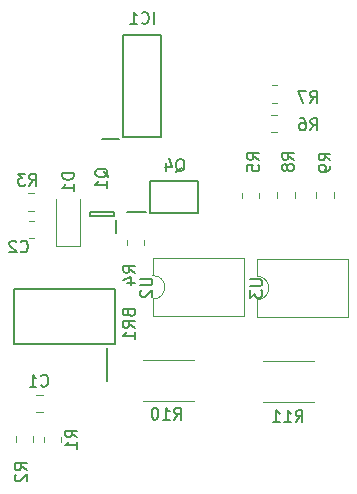
<source format=gbr>
%TF.GenerationSoftware,KiCad,Pcbnew,7.0.6-1.fc38*%
%TF.CreationDate,2023-08-19T18:40:52-03:00*%
%TF.ProjectId,CeilingFanControl,4365696c-696e-4674-9661-6e436f6e7472,rev?*%
%TF.SameCoordinates,Original*%
%TF.FileFunction,Legend,Bot*%
%TF.FilePolarity,Positive*%
%FSLAX46Y46*%
G04 Gerber Fmt 4.6, Leading zero omitted, Abs format (unit mm)*
G04 Created by KiCad (PCBNEW 7.0.6-1.fc38) date 2023-08-19 18:40:52*
%MOMM*%
%LPD*%
G01*
G04 APERTURE LIST*
%ADD10C,0.150000*%
%ADD11C,0.200000*%
%ADD12C,0.120000*%
G04 APERTURE END LIST*
D10*
X25531009Y-47905238D02*
X25578628Y-48048095D01*
X25578628Y-48048095D02*
X25626247Y-48095714D01*
X25626247Y-48095714D02*
X25721485Y-48143333D01*
X25721485Y-48143333D02*
X25864342Y-48143333D01*
X25864342Y-48143333D02*
X25959580Y-48095714D01*
X25959580Y-48095714D02*
X26007200Y-48048095D01*
X26007200Y-48048095D02*
X26054819Y-47952857D01*
X26054819Y-47952857D02*
X26054819Y-47571905D01*
X26054819Y-47571905D02*
X25054819Y-47571905D01*
X25054819Y-47571905D02*
X25054819Y-47905238D01*
X25054819Y-47905238D02*
X25102438Y-48000476D01*
X25102438Y-48000476D02*
X25150057Y-48048095D01*
X25150057Y-48048095D02*
X25245295Y-48095714D01*
X25245295Y-48095714D02*
X25340533Y-48095714D01*
X25340533Y-48095714D02*
X25435771Y-48048095D01*
X25435771Y-48048095D02*
X25483390Y-48000476D01*
X25483390Y-48000476D02*
X25531009Y-47905238D01*
X25531009Y-47905238D02*
X25531009Y-47571905D01*
X26054819Y-49143333D02*
X25578628Y-48810000D01*
X26054819Y-48571905D02*
X25054819Y-48571905D01*
X25054819Y-48571905D02*
X25054819Y-48952857D01*
X25054819Y-48952857D02*
X25102438Y-49048095D01*
X25102438Y-49048095D02*
X25150057Y-49095714D01*
X25150057Y-49095714D02*
X25245295Y-49143333D01*
X25245295Y-49143333D02*
X25388152Y-49143333D01*
X25388152Y-49143333D02*
X25483390Y-49095714D01*
X25483390Y-49095714D02*
X25531009Y-49048095D01*
X25531009Y-49048095D02*
X25578628Y-48952857D01*
X25578628Y-48952857D02*
X25578628Y-48571905D01*
X26054819Y-50095714D02*
X26054819Y-49524286D01*
X26054819Y-49810000D02*
X25054819Y-49810000D01*
X25054819Y-49810000D02*
X25197676Y-49714762D01*
X25197676Y-49714762D02*
X25292914Y-49619524D01*
X25292914Y-49619524D02*
X25340533Y-49524286D01*
X16406666Y-42659580D02*
X16454285Y-42707200D01*
X16454285Y-42707200D02*
X16597142Y-42754819D01*
X16597142Y-42754819D02*
X16692380Y-42754819D01*
X16692380Y-42754819D02*
X16835237Y-42707200D01*
X16835237Y-42707200D02*
X16930475Y-42611961D01*
X16930475Y-42611961D02*
X16978094Y-42516723D01*
X16978094Y-42516723D02*
X17025713Y-42326247D01*
X17025713Y-42326247D02*
X17025713Y-42183390D01*
X17025713Y-42183390D02*
X16978094Y-41992914D01*
X16978094Y-41992914D02*
X16930475Y-41897676D01*
X16930475Y-41897676D02*
X16835237Y-41802438D01*
X16835237Y-41802438D02*
X16692380Y-41754819D01*
X16692380Y-41754819D02*
X16597142Y-41754819D01*
X16597142Y-41754819D02*
X16454285Y-41802438D01*
X16454285Y-41802438D02*
X16406666Y-41850057D01*
X16025713Y-41850057D02*
X15978094Y-41802438D01*
X15978094Y-41802438D02*
X15882856Y-41754819D01*
X15882856Y-41754819D02*
X15644761Y-41754819D01*
X15644761Y-41754819D02*
X15549523Y-41802438D01*
X15549523Y-41802438D02*
X15501904Y-41850057D01*
X15501904Y-41850057D02*
X15454285Y-41945295D01*
X15454285Y-41945295D02*
X15454285Y-42040533D01*
X15454285Y-42040533D02*
X15501904Y-42183390D01*
X15501904Y-42183390D02*
X16073332Y-42754819D01*
X16073332Y-42754819D02*
X15454285Y-42754819D01*
X18126666Y-54019580D02*
X18174285Y-54067200D01*
X18174285Y-54067200D02*
X18317142Y-54114819D01*
X18317142Y-54114819D02*
X18412380Y-54114819D01*
X18412380Y-54114819D02*
X18555237Y-54067200D01*
X18555237Y-54067200D02*
X18650475Y-53971961D01*
X18650475Y-53971961D02*
X18698094Y-53876723D01*
X18698094Y-53876723D02*
X18745713Y-53686247D01*
X18745713Y-53686247D02*
X18745713Y-53543390D01*
X18745713Y-53543390D02*
X18698094Y-53352914D01*
X18698094Y-53352914D02*
X18650475Y-53257676D01*
X18650475Y-53257676D02*
X18555237Y-53162438D01*
X18555237Y-53162438D02*
X18412380Y-53114819D01*
X18412380Y-53114819D02*
X18317142Y-53114819D01*
X18317142Y-53114819D02*
X18174285Y-53162438D01*
X18174285Y-53162438D02*
X18126666Y-53210057D01*
X17174285Y-54114819D02*
X17745713Y-54114819D01*
X17459999Y-54114819D02*
X17459999Y-53114819D01*
X17459999Y-53114819D02*
X17555237Y-53257676D01*
X17555237Y-53257676D02*
X17650475Y-53352914D01*
X17650475Y-53352914D02*
X17745713Y-53400533D01*
X29545238Y-35940057D02*
X29640476Y-35892438D01*
X29640476Y-35892438D02*
X29735714Y-35797200D01*
X29735714Y-35797200D02*
X29878571Y-35654342D01*
X29878571Y-35654342D02*
X29973809Y-35606723D01*
X29973809Y-35606723D02*
X30069047Y-35606723D01*
X30021428Y-35844819D02*
X30116666Y-35797200D01*
X30116666Y-35797200D02*
X30211904Y-35701961D01*
X30211904Y-35701961D02*
X30259523Y-35511485D01*
X30259523Y-35511485D02*
X30259523Y-35178152D01*
X30259523Y-35178152D02*
X30211904Y-34987676D01*
X30211904Y-34987676D02*
X30116666Y-34892438D01*
X30116666Y-34892438D02*
X30021428Y-34844819D01*
X30021428Y-34844819D02*
X29830952Y-34844819D01*
X29830952Y-34844819D02*
X29735714Y-34892438D01*
X29735714Y-34892438D02*
X29640476Y-34987676D01*
X29640476Y-34987676D02*
X29592857Y-35178152D01*
X29592857Y-35178152D02*
X29592857Y-35511485D01*
X29592857Y-35511485D02*
X29640476Y-35701961D01*
X29640476Y-35701961D02*
X29735714Y-35797200D01*
X29735714Y-35797200D02*
X29830952Y-35844819D01*
X29830952Y-35844819D02*
X30021428Y-35844819D01*
X28735714Y-35178152D02*
X28735714Y-35844819D01*
X28973809Y-34797200D02*
X29211904Y-35511485D01*
X29211904Y-35511485D02*
X28592857Y-35511485D01*
X26544819Y-44978095D02*
X27354342Y-44978095D01*
X27354342Y-44978095D02*
X27449580Y-45025714D01*
X27449580Y-45025714D02*
X27497200Y-45073333D01*
X27497200Y-45073333D02*
X27544819Y-45168571D01*
X27544819Y-45168571D02*
X27544819Y-45359047D01*
X27544819Y-45359047D02*
X27497200Y-45454285D01*
X27497200Y-45454285D02*
X27449580Y-45501904D01*
X27449580Y-45501904D02*
X27354342Y-45549523D01*
X27354342Y-45549523D02*
X26544819Y-45549523D01*
X26640057Y-45978095D02*
X26592438Y-46025714D01*
X26592438Y-46025714D02*
X26544819Y-46120952D01*
X26544819Y-46120952D02*
X26544819Y-46359047D01*
X26544819Y-46359047D02*
X26592438Y-46454285D01*
X26592438Y-46454285D02*
X26640057Y-46501904D01*
X26640057Y-46501904D02*
X26735295Y-46549523D01*
X26735295Y-46549523D02*
X26830533Y-46549523D01*
X26830533Y-46549523D02*
X26973390Y-46501904D01*
X26973390Y-46501904D02*
X27544819Y-45930476D01*
X27544819Y-45930476D02*
X27544819Y-46549523D01*
X21194819Y-58425833D02*
X20718628Y-58092500D01*
X21194819Y-57854405D02*
X20194819Y-57854405D01*
X20194819Y-57854405D02*
X20194819Y-58235357D01*
X20194819Y-58235357D02*
X20242438Y-58330595D01*
X20242438Y-58330595D02*
X20290057Y-58378214D01*
X20290057Y-58378214D02*
X20385295Y-58425833D01*
X20385295Y-58425833D02*
X20528152Y-58425833D01*
X20528152Y-58425833D02*
X20623390Y-58378214D01*
X20623390Y-58378214D02*
X20671009Y-58330595D01*
X20671009Y-58330595D02*
X20718628Y-58235357D01*
X20718628Y-58235357D02*
X20718628Y-57854405D01*
X21194819Y-59378214D02*
X21194819Y-58806786D01*
X21194819Y-59092500D02*
X20194819Y-59092500D01*
X20194819Y-59092500D02*
X20337676Y-58997262D01*
X20337676Y-58997262D02*
X20432914Y-58902024D01*
X20432914Y-58902024D02*
X20480533Y-58806786D01*
X26094819Y-44473333D02*
X25618628Y-44140000D01*
X26094819Y-43901905D02*
X25094819Y-43901905D01*
X25094819Y-43901905D02*
X25094819Y-44282857D01*
X25094819Y-44282857D02*
X25142438Y-44378095D01*
X25142438Y-44378095D02*
X25190057Y-44425714D01*
X25190057Y-44425714D02*
X25285295Y-44473333D01*
X25285295Y-44473333D02*
X25428152Y-44473333D01*
X25428152Y-44473333D02*
X25523390Y-44425714D01*
X25523390Y-44425714D02*
X25571009Y-44378095D01*
X25571009Y-44378095D02*
X25618628Y-44282857D01*
X25618628Y-44282857D02*
X25618628Y-43901905D01*
X25428152Y-45330476D02*
X26094819Y-45330476D01*
X25047200Y-45092381D02*
X25761485Y-44854286D01*
X25761485Y-44854286D02*
X25761485Y-45473333D01*
X27706189Y-23404819D02*
X27706189Y-22404819D01*
X26658571Y-23309580D02*
X26706190Y-23357200D01*
X26706190Y-23357200D02*
X26849047Y-23404819D01*
X26849047Y-23404819D02*
X26944285Y-23404819D01*
X26944285Y-23404819D02*
X27087142Y-23357200D01*
X27087142Y-23357200D02*
X27182380Y-23261961D01*
X27182380Y-23261961D02*
X27229999Y-23166723D01*
X27229999Y-23166723D02*
X27277618Y-22976247D01*
X27277618Y-22976247D02*
X27277618Y-22833390D01*
X27277618Y-22833390D02*
X27229999Y-22642914D01*
X27229999Y-22642914D02*
X27182380Y-22547676D01*
X27182380Y-22547676D02*
X27087142Y-22452438D01*
X27087142Y-22452438D02*
X26944285Y-22404819D01*
X26944285Y-22404819D02*
X26849047Y-22404819D01*
X26849047Y-22404819D02*
X26706190Y-22452438D01*
X26706190Y-22452438D02*
X26658571Y-22500057D01*
X25706190Y-23404819D02*
X26277618Y-23404819D01*
X25991904Y-23404819D02*
X25991904Y-22404819D01*
X25991904Y-22404819D02*
X26087142Y-22547676D01*
X26087142Y-22547676D02*
X26182380Y-22642914D01*
X26182380Y-22642914D02*
X26277618Y-22690533D01*
X29392857Y-56904819D02*
X29726190Y-56428628D01*
X29964285Y-56904819D02*
X29964285Y-55904819D01*
X29964285Y-55904819D02*
X29583333Y-55904819D01*
X29583333Y-55904819D02*
X29488095Y-55952438D01*
X29488095Y-55952438D02*
X29440476Y-56000057D01*
X29440476Y-56000057D02*
X29392857Y-56095295D01*
X29392857Y-56095295D02*
X29392857Y-56238152D01*
X29392857Y-56238152D02*
X29440476Y-56333390D01*
X29440476Y-56333390D02*
X29488095Y-56381009D01*
X29488095Y-56381009D02*
X29583333Y-56428628D01*
X29583333Y-56428628D02*
X29964285Y-56428628D01*
X28440476Y-56904819D02*
X29011904Y-56904819D01*
X28726190Y-56904819D02*
X28726190Y-55904819D01*
X28726190Y-55904819D02*
X28821428Y-56047676D01*
X28821428Y-56047676D02*
X28916666Y-56142914D01*
X28916666Y-56142914D02*
X29011904Y-56190533D01*
X27821428Y-55904819D02*
X27726190Y-55904819D01*
X27726190Y-55904819D02*
X27630952Y-55952438D01*
X27630952Y-55952438D02*
X27583333Y-56000057D01*
X27583333Y-56000057D02*
X27535714Y-56095295D01*
X27535714Y-56095295D02*
X27488095Y-56285771D01*
X27488095Y-56285771D02*
X27488095Y-56523866D01*
X27488095Y-56523866D02*
X27535714Y-56714342D01*
X27535714Y-56714342D02*
X27583333Y-56809580D01*
X27583333Y-56809580D02*
X27630952Y-56857200D01*
X27630952Y-56857200D02*
X27726190Y-56904819D01*
X27726190Y-56904819D02*
X27821428Y-56904819D01*
X27821428Y-56904819D02*
X27916666Y-56857200D01*
X27916666Y-56857200D02*
X27964285Y-56809580D01*
X27964285Y-56809580D02*
X28011904Y-56714342D01*
X28011904Y-56714342D02*
X28059523Y-56523866D01*
X28059523Y-56523866D02*
X28059523Y-56285771D01*
X28059523Y-56285771D02*
X28011904Y-56095295D01*
X28011904Y-56095295D02*
X27964285Y-56000057D01*
X27964285Y-56000057D02*
X27916666Y-55952438D01*
X27916666Y-55952438D02*
X27821428Y-55904819D01*
X36594819Y-34933333D02*
X36118628Y-34600000D01*
X36594819Y-34361905D02*
X35594819Y-34361905D01*
X35594819Y-34361905D02*
X35594819Y-34742857D01*
X35594819Y-34742857D02*
X35642438Y-34838095D01*
X35642438Y-34838095D02*
X35690057Y-34885714D01*
X35690057Y-34885714D02*
X35785295Y-34933333D01*
X35785295Y-34933333D02*
X35928152Y-34933333D01*
X35928152Y-34933333D02*
X36023390Y-34885714D01*
X36023390Y-34885714D02*
X36071009Y-34838095D01*
X36071009Y-34838095D02*
X36118628Y-34742857D01*
X36118628Y-34742857D02*
X36118628Y-34361905D01*
X35594819Y-35838095D02*
X35594819Y-35361905D01*
X35594819Y-35361905D02*
X36071009Y-35314286D01*
X36071009Y-35314286D02*
X36023390Y-35361905D01*
X36023390Y-35361905D02*
X35975771Y-35457143D01*
X35975771Y-35457143D02*
X35975771Y-35695238D01*
X35975771Y-35695238D02*
X36023390Y-35790476D01*
X36023390Y-35790476D02*
X36071009Y-35838095D01*
X36071009Y-35838095D02*
X36166247Y-35885714D01*
X36166247Y-35885714D02*
X36404342Y-35885714D01*
X36404342Y-35885714D02*
X36499580Y-35838095D01*
X36499580Y-35838095D02*
X36547200Y-35790476D01*
X36547200Y-35790476D02*
X36594819Y-35695238D01*
X36594819Y-35695238D02*
X36594819Y-35457143D01*
X36594819Y-35457143D02*
X36547200Y-35361905D01*
X36547200Y-35361905D02*
X36499580Y-35314286D01*
X17136666Y-37094819D02*
X17469999Y-36618628D01*
X17708094Y-37094819D02*
X17708094Y-36094819D01*
X17708094Y-36094819D02*
X17327142Y-36094819D01*
X17327142Y-36094819D02*
X17231904Y-36142438D01*
X17231904Y-36142438D02*
X17184285Y-36190057D01*
X17184285Y-36190057D02*
X17136666Y-36285295D01*
X17136666Y-36285295D02*
X17136666Y-36428152D01*
X17136666Y-36428152D02*
X17184285Y-36523390D01*
X17184285Y-36523390D02*
X17231904Y-36571009D01*
X17231904Y-36571009D02*
X17327142Y-36618628D01*
X17327142Y-36618628D02*
X17708094Y-36618628D01*
X16803332Y-36094819D02*
X16184285Y-36094819D01*
X16184285Y-36094819D02*
X16517618Y-36475771D01*
X16517618Y-36475771D02*
X16374761Y-36475771D01*
X16374761Y-36475771D02*
X16279523Y-36523390D01*
X16279523Y-36523390D02*
X16231904Y-36571009D01*
X16231904Y-36571009D02*
X16184285Y-36666247D01*
X16184285Y-36666247D02*
X16184285Y-36904342D01*
X16184285Y-36904342D02*
X16231904Y-36999580D01*
X16231904Y-36999580D02*
X16279523Y-37047200D01*
X16279523Y-37047200D02*
X16374761Y-37094819D01*
X16374761Y-37094819D02*
X16660475Y-37094819D01*
X16660475Y-37094819D02*
X16755713Y-37047200D01*
X16755713Y-37047200D02*
X16803332Y-36999580D01*
X40916666Y-30094819D02*
X41249999Y-29618628D01*
X41488094Y-30094819D02*
X41488094Y-29094819D01*
X41488094Y-29094819D02*
X41107142Y-29094819D01*
X41107142Y-29094819D02*
X41011904Y-29142438D01*
X41011904Y-29142438D02*
X40964285Y-29190057D01*
X40964285Y-29190057D02*
X40916666Y-29285295D01*
X40916666Y-29285295D02*
X40916666Y-29428152D01*
X40916666Y-29428152D02*
X40964285Y-29523390D01*
X40964285Y-29523390D02*
X41011904Y-29571009D01*
X41011904Y-29571009D02*
X41107142Y-29618628D01*
X41107142Y-29618628D02*
X41488094Y-29618628D01*
X40583332Y-29094819D02*
X39916666Y-29094819D01*
X39916666Y-29094819D02*
X40345237Y-30094819D01*
X42624819Y-34963333D02*
X42148628Y-34630000D01*
X42624819Y-34391905D02*
X41624819Y-34391905D01*
X41624819Y-34391905D02*
X41624819Y-34772857D01*
X41624819Y-34772857D02*
X41672438Y-34868095D01*
X41672438Y-34868095D02*
X41720057Y-34915714D01*
X41720057Y-34915714D02*
X41815295Y-34963333D01*
X41815295Y-34963333D02*
X41958152Y-34963333D01*
X41958152Y-34963333D02*
X42053390Y-34915714D01*
X42053390Y-34915714D02*
X42101009Y-34868095D01*
X42101009Y-34868095D02*
X42148628Y-34772857D01*
X42148628Y-34772857D02*
X42148628Y-34391905D01*
X42624819Y-35439524D02*
X42624819Y-35630000D01*
X42624819Y-35630000D02*
X42577200Y-35725238D01*
X42577200Y-35725238D02*
X42529580Y-35772857D01*
X42529580Y-35772857D02*
X42386723Y-35868095D01*
X42386723Y-35868095D02*
X42196247Y-35915714D01*
X42196247Y-35915714D02*
X41815295Y-35915714D01*
X41815295Y-35915714D02*
X41720057Y-35868095D01*
X41720057Y-35868095D02*
X41672438Y-35820476D01*
X41672438Y-35820476D02*
X41624819Y-35725238D01*
X41624819Y-35725238D02*
X41624819Y-35534762D01*
X41624819Y-35534762D02*
X41672438Y-35439524D01*
X41672438Y-35439524D02*
X41720057Y-35391905D01*
X41720057Y-35391905D02*
X41815295Y-35344286D01*
X41815295Y-35344286D02*
X42053390Y-35344286D01*
X42053390Y-35344286D02*
X42148628Y-35391905D01*
X42148628Y-35391905D02*
X42196247Y-35439524D01*
X42196247Y-35439524D02*
X42243866Y-35534762D01*
X42243866Y-35534762D02*
X42243866Y-35725238D01*
X42243866Y-35725238D02*
X42196247Y-35820476D01*
X42196247Y-35820476D02*
X42148628Y-35868095D01*
X42148628Y-35868095D02*
X42053390Y-35915714D01*
X20904819Y-36041905D02*
X19904819Y-36041905D01*
X19904819Y-36041905D02*
X19904819Y-36280000D01*
X19904819Y-36280000D02*
X19952438Y-36422857D01*
X19952438Y-36422857D02*
X20047676Y-36518095D01*
X20047676Y-36518095D02*
X20142914Y-36565714D01*
X20142914Y-36565714D02*
X20333390Y-36613333D01*
X20333390Y-36613333D02*
X20476247Y-36613333D01*
X20476247Y-36613333D02*
X20666723Y-36565714D01*
X20666723Y-36565714D02*
X20761961Y-36518095D01*
X20761961Y-36518095D02*
X20857200Y-36422857D01*
X20857200Y-36422857D02*
X20904819Y-36280000D01*
X20904819Y-36280000D02*
X20904819Y-36041905D01*
X20904819Y-37565714D02*
X20904819Y-36994286D01*
X20904819Y-37280000D02*
X19904819Y-37280000D01*
X19904819Y-37280000D02*
X20047676Y-37184762D01*
X20047676Y-37184762D02*
X20142914Y-37089524D01*
X20142914Y-37089524D02*
X20190533Y-36994286D01*
X39682857Y-57114819D02*
X40016190Y-56638628D01*
X40254285Y-57114819D02*
X40254285Y-56114819D01*
X40254285Y-56114819D02*
X39873333Y-56114819D01*
X39873333Y-56114819D02*
X39778095Y-56162438D01*
X39778095Y-56162438D02*
X39730476Y-56210057D01*
X39730476Y-56210057D02*
X39682857Y-56305295D01*
X39682857Y-56305295D02*
X39682857Y-56448152D01*
X39682857Y-56448152D02*
X39730476Y-56543390D01*
X39730476Y-56543390D02*
X39778095Y-56591009D01*
X39778095Y-56591009D02*
X39873333Y-56638628D01*
X39873333Y-56638628D02*
X40254285Y-56638628D01*
X38730476Y-57114819D02*
X39301904Y-57114819D01*
X39016190Y-57114819D02*
X39016190Y-56114819D01*
X39016190Y-56114819D02*
X39111428Y-56257676D01*
X39111428Y-56257676D02*
X39206666Y-56352914D01*
X39206666Y-56352914D02*
X39301904Y-56400533D01*
X37778095Y-57114819D02*
X38349523Y-57114819D01*
X38063809Y-57114819D02*
X38063809Y-56114819D01*
X38063809Y-56114819D02*
X38159047Y-56257676D01*
X38159047Y-56257676D02*
X38254285Y-56352914D01*
X38254285Y-56352914D02*
X38349523Y-56400533D01*
X35854819Y-45008095D02*
X36664342Y-45008095D01*
X36664342Y-45008095D02*
X36759580Y-45055714D01*
X36759580Y-45055714D02*
X36807200Y-45103333D01*
X36807200Y-45103333D02*
X36854819Y-45198571D01*
X36854819Y-45198571D02*
X36854819Y-45389047D01*
X36854819Y-45389047D02*
X36807200Y-45484285D01*
X36807200Y-45484285D02*
X36759580Y-45531904D01*
X36759580Y-45531904D02*
X36664342Y-45579523D01*
X36664342Y-45579523D02*
X35854819Y-45579523D01*
X35854819Y-45960476D02*
X35854819Y-46579523D01*
X35854819Y-46579523D02*
X36235771Y-46246190D01*
X36235771Y-46246190D02*
X36235771Y-46389047D01*
X36235771Y-46389047D02*
X36283390Y-46484285D01*
X36283390Y-46484285D02*
X36331009Y-46531904D01*
X36331009Y-46531904D02*
X36426247Y-46579523D01*
X36426247Y-46579523D02*
X36664342Y-46579523D01*
X36664342Y-46579523D02*
X36759580Y-46531904D01*
X36759580Y-46531904D02*
X36807200Y-46484285D01*
X36807200Y-46484285D02*
X36854819Y-46389047D01*
X36854819Y-46389047D02*
X36854819Y-46103333D01*
X36854819Y-46103333D02*
X36807200Y-46008095D01*
X36807200Y-46008095D02*
X36759580Y-45960476D01*
X16914819Y-61185833D02*
X16438628Y-60852500D01*
X16914819Y-60614405D02*
X15914819Y-60614405D01*
X15914819Y-60614405D02*
X15914819Y-60995357D01*
X15914819Y-60995357D02*
X15962438Y-61090595D01*
X15962438Y-61090595D02*
X16010057Y-61138214D01*
X16010057Y-61138214D02*
X16105295Y-61185833D01*
X16105295Y-61185833D02*
X16248152Y-61185833D01*
X16248152Y-61185833D02*
X16343390Y-61138214D01*
X16343390Y-61138214D02*
X16391009Y-61090595D01*
X16391009Y-61090595D02*
X16438628Y-60995357D01*
X16438628Y-60995357D02*
X16438628Y-60614405D01*
X16010057Y-61566786D02*
X15962438Y-61614405D01*
X15962438Y-61614405D02*
X15914819Y-61709643D01*
X15914819Y-61709643D02*
X15914819Y-61947738D01*
X15914819Y-61947738D02*
X15962438Y-62042976D01*
X15962438Y-62042976D02*
X16010057Y-62090595D01*
X16010057Y-62090595D02*
X16105295Y-62138214D01*
X16105295Y-62138214D02*
X16200533Y-62138214D01*
X16200533Y-62138214D02*
X16343390Y-62090595D01*
X16343390Y-62090595D02*
X16914819Y-61519167D01*
X16914819Y-61519167D02*
X16914819Y-62138214D01*
X23830057Y-36394761D02*
X23782438Y-36299523D01*
X23782438Y-36299523D02*
X23687200Y-36204285D01*
X23687200Y-36204285D02*
X23544342Y-36061428D01*
X23544342Y-36061428D02*
X23496723Y-35966190D01*
X23496723Y-35966190D02*
X23496723Y-35870952D01*
X23734819Y-35918571D02*
X23687200Y-35823333D01*
X23687200Y-35823333D02*
X23591961Y-35728095D01*
X23591961Y-35728095D02*
X23401485Y-35680476D01*
X23401485Y-35680476D02*
X23068152Y-35680476D01*
X23068152Y-35680476D02*
X22877676Y-35728095D01*
X22877676Y-35728095D02*
X22782438Y-35823333D01*
X22782438Y-35823333D02*
X22734819Y-35918571D01*
X22734819Y-35918571D02*
X22734819Y-36109047D01*
X22734819Y-36109047D02*
X22782438Y-36204285D01*
X22782438Y-36204285D02*
X22877676Y-36299523D01*
X22877676Y-36299523D02*
X23068152Y-36347142D01*
X23068152Y-36347142D02*
X23401485Y-36347142D01*
X23401485Y-36347142D02*
X23591961Y-36299523D01*
X23591961Y-36299523D02*
X23687200Y-36204285D01*
X23687200Y-36204285D02*
X23734819Y-36109047D01*
X23734819Y-36109047D02*
X23734819Y-35918571D01*
X23734819Y-37299523D02*
X23734819Y-36728095D01*
X23734819Y-37013809D02*
X22734819Y-37013809D01*
X22734819Y-37013809D02*
X22877676Y-36918571D01*
X22877676Y-36918571D02*
X22972914Y-36823333D01*
X22972914Y-36823333D02*
X23020533Y-36728095D01*
X40946666Y-32404819D02*
X41279999Y-31928628D01*
X41518094Y-32404819D02*
X41518094Y-31404819D01*
X41518094Y-31404819D02*
X41137142Y-31404819D01*
X41137142Y-31404819D02*
X41041904Y-31452438D01*
X41041904Y-31452438D02*
X40994285Y-31500057D01*
X40994285Y-31500057D02*
X40946666Y-31595295D01*
X40946666Y-31595295D02*
X40946666Y-31738152D01*
X40946666Y-31738152D02*
X40994285Y-31833390D01*
X40994285Y-31833390D02*
X41041904Y-31881009D01*
X41041904Y-31881009D02*
X41137142Y-31928628D01*
X41137142Y-31928628D02*
X41518094Y-31928628D01*
X40089523Y-31404819D02*
X40279999Y-31404819D01*
X40279999Y-31404819D02*
X40375237Y-31452438D01*
X40375237Y-31452438D02*
X40422856Y-31500057D01*
X40422856Y-31500057D02*
X40518094Y-31642914D01*
X40518094Y-31642914D02*
X40565713Y-31833390D01*
X40565713Y-31833390D02*
X40565713Y-32214342D01*
X40565713Y-32214342D02*
X40518094Y-32309580D01*
X40518094Y-32309580D02*
X40470475Y-32357200D01*
X40470475Y-32357200D02*
X40375237Y-32404819D01*
X40375237Y-32404819D02*
X40184761Y-32404819D01*
X40184761Y-32404819D02*
X40089523Y-32357200D01*
X40089523Y-32357200D02*
X40041904Y-32309580D01*
X40041904Y-32309580D02*
X39994285Y-32214342D01*
X39994285Y-32214342D02*
X39994285Y-31976247D01*
X39994285Y-31976247D02*
X40041904Y-31881009D01*
X40041904Y-31881009D02*
X40089523Y-31833390D01*
X40089523Y-31833390D02*
X40184761Y-31785771D01*
X40184761Y-31785771D02*
X40375237Y-31785771D01*
X40375237Y-31785771D02*
X40470475Y-31833390D01*
X40470475Y-31833390D02*
X40518094Y-31881009D01*
X40518094Y-31881009D02*
X40565713Y-31976247D01*
X39534819Y-34903333D02*
X39058628Y-34570000D01*
X39534819Y-34331905D02*
X38534819Y-34331905D01*
X38534819Y-34331905D02*
X38534819Y-34712857D01*
X38534819Y-34712857D02*
X38582438Y-34808095D01*
X38582438Y-34808095D02*
X38630057Y-34855714D01*
X38630057Y-34855714D02*
X38725295Y-34903333D01*
X38725295Y-34903333D02*
X38868152Y-34903333D01*
X38868152Y-34903333D02*
X38963390Y-34855714D01*
X38963390Y-34855714D02*
X39011009Y-34808095D01*
X39011009Y-34808095D02*
X39058628Y-34712857D01*
X39058628Y-34712857D02*
X39058628Y-34331905D01*
X38963390Y-35474762D02*
X38915771Y-35379524D01*
X38915771Y-35379524D02*
X38868152Y-35331905D01*
X38868152Y-35331905D02*
X38772914Y-35284286D01*
X38772914Y-35284286D02*
X38725295Y-35284286D01*
X38725295Y-35284286D02*
X38630057Y-35331905D01*
X38630057Y-35331905D02*
X38582438Y-35379524D01*
X38582438Y-35379524D02*
X38534819Y-35474762D01*
X38534819Y-35474762D02*
X38534819Y-35665238D01*
X38534819Y-35665238D02*
X38582438Y-35760476D01*
X38582438Y-35760476D02*
X38630057Y-35808095D01*
X38630057Y-35808095D02*
X38725295Y-35855714D01*
X38725295Y-35855714D02*
X38772914Y-35855714D01*
X38772914Y-35855714D02*
X38868152Y-35808095D01*
X38868152Y-35808095D02*
X38915771Y-35760476D01*
X38915771Y-35760476D02*
X38963390Y-35665238D01*
X38963390Y-35665238D02*
X38963390Y-35474762D01*
X38963390Y-35474762D02*
X39011009Y-35379524D01*
X39011009Y-35379524D02*
X39058628Y-35331905D01*
X39058628Y-35331905D02*
X39153866Y-35284286D01*
X39153866Y-35284286D02*
X39344342Y-35284286D01*
X39344342Y-35284286D02*
X39439580Y-35331905D01*
X39439580Y-35331905D02*
X39487200Y-35379524D01*
X39487200Y-35379524D02*
X39534819Y-35474762D01*
X39534819Y-35474762D02*
X39534819Y-35665238D01*
X39534819Y-35665238D02*
X39487200Y-35760476D01*
X39487200Y-35760476D02*
X39439580Y-35808095D01*
X39439580Y-35808095D02*
X39344342Y-35855714D01*
X39344342Y-35855714D02*
X39153866Y-35855714D01*
X39153866Y-35855714D02*
X39058628Y-35808095D01*
X39058628Y-35808095D02*
X39011009Y-35760476D01*
X39011009Y-35760476D02*
X38963390Y-35665238D01*
D11*
%TO.C,BR1*%
X23685000Y-53685000D02*
X23685000Y-50835000D01*
X15860000Y-50485000D02*
X24360000Y-50485000D01*
X24360000Y-50485000D02*
X24360000Y-45835000D01*
X15860000Y-45835000D02*
X15860000Y-50485000D01*
X24360000Y-45835000D02*
X15860000Y-45835000D01*
D12*
%TO.C,C2*%
X17038748Y-37765000D02*
X17561252Y-37765000D01*
X17038748Y-39235000D02*
X17561252Y-39235000D01*
%TO.C,C1*%
X17738748Y-54835000D02*
X18261252Y-54835000D01*
X17738748Y-56305000D02*
X18261252Y-56305000D01*
D11*
%TO.C,Q4*%
X25395000Y-39365000D02*
X27045000Y-39365000D01*
X27395000Y-36705000D02*
X27395000Y-39405000D01*
X27395000Y-39405000D02*
X31445000Y-39405000D01*
X31445000Y-36705000D02*
X27395000Y-36705000D01*
X31445000Y-39405000D02*
X31445000Y-36705000D01*
D12*
%TO.C,U2*%
X35340000Y-43260000D02*
X35340000Y-48160000D01*
X27600000Y-43260000D02*
X35340000Y-43260000D01*
X27600000Y-44710000D02*
X27600000Y-43260000D01*
X35340000Y-48160000D02*
X27600000Y-48160000D01*
X27600000Y-48160000D02*
X27600000Y-46710000D01*
X27600000Y-46710000D02*
G75*
G03*
X27600000Y-44710000I0J1000000D01*
G01*
%TO.C,R1*%
X18355000Y-58819564D02*
X18355000Y-58365436D01*
X19825000Y-58819564D02*
X19825000Y-58365436D01*
%TO.C,R4*%
X26855000Y-41695436D02*
X26855000Y-42149564D01*
X25385000Y-41695436D02*
X25385000Y-42149564D01*
D11*
%TO.C,IC1*%
X23260000Y-33145000D02*
X24760000Y-33145000D01*
X25110000Y-24335000D02*
X25110000Y-32985000D01*
X25110000Y-32985000D02*
X28310000Y-32985000D01*
X28310000Y-24335000D02*
X25110000Y-24335000D01*
X28310000Y-32985000D02*
X28310000Y-24335000D01*
D12*
%TO.C,R10*%
X31107064Y-55320000D02*
X26752936Y-55320000D01*
X31107064Y-51900000D02*
X26752936Y-51900000D01*
%TO.C,R5*%
X36585000Y-37722936D02*
X36585000Y-38177064D01*
X35115000Y-37722936D02*
X35115000Y-38177064D01*
%TO.C,R3*%
X17534564Y-41555000D02*
X17080436Y-41555000D01*
X17534564Y-40085000D02*
X17080436Y-40085000D01*
%TO.C,R7*%
X38139564Y-30075000D02*
X37685436Y-30075000D01*
X38139564Y-28605000D02*
X37685436Y-28605000D01*
%TO.C,R9*%
X42905000Y-37672936D02*
X42905000Y-38127064D01*
X41435000Y-37672936D02*
X41435000Y-38127064D01*
%TO.C,D1*%
X19420000Y-42220000D02*
X19420000Y-38210000D01*
X21420000Y-42220000D02*
X19420000Y-42220000D01*
X21420000Y-42220000D02*
X21420000Y-38210000D01*
%TO.C,R11*%
X41257064Y-55380000D02*
X36902936Y-55380000D01*
X41257064Y-51960000D02*
X36902936Y-51960000D01*
%TO.C,U3*%
X44140000Y-43320000D02*
X44140000Y-48220000D01*
X36400000Y-43320000D02*
X44140000Y-43320000D01*
X36400000Y-44770000D02*
X36400000Y-43320000D01*
X44140000Y-48220000D02*
X36400000Y-48220000D01*
X36400000Y-48220000D02*
X36400000Y-46770000D01*
X36400000Y-46770000D02*
G75*
G03*
X36400000Y-44770000I0J1000000D01*
G01*
%TO.C,R2*%
X15995000Y-58779564D02*
X15995000Y-58325436D01*
X17465000Y-58779564D02*
X17465000Y-58325436D01*
D11*
%TO.C,Q1*%
X24440000Y-41075000D02*
X24440000Y-40025000D01*
X22240000Y-39675000D02*
X24340000Y-39675000D01*
X24340000Y-39675000D02*
X24340000Y-39325000D01*
X22240000Y-39325000D02*
X22240000Y-39675000D01*
X24340000Y-39325000D02*
X22240000Y-39325000D01*
D12*
%TO.C,R6*%
X38097064Y-32585000D02*
X37642936Y-32585000D01*
X38097064Y-31115000D02*
X37642936Y-31115000D01*
%TO.C,R8*%
X39605000Y-37682936D02*
X39605000Y-38137064D01*
X38135000Y-37682936D02*
X38135000Y-38137064D01*
%TD*%
M02*

</source>
